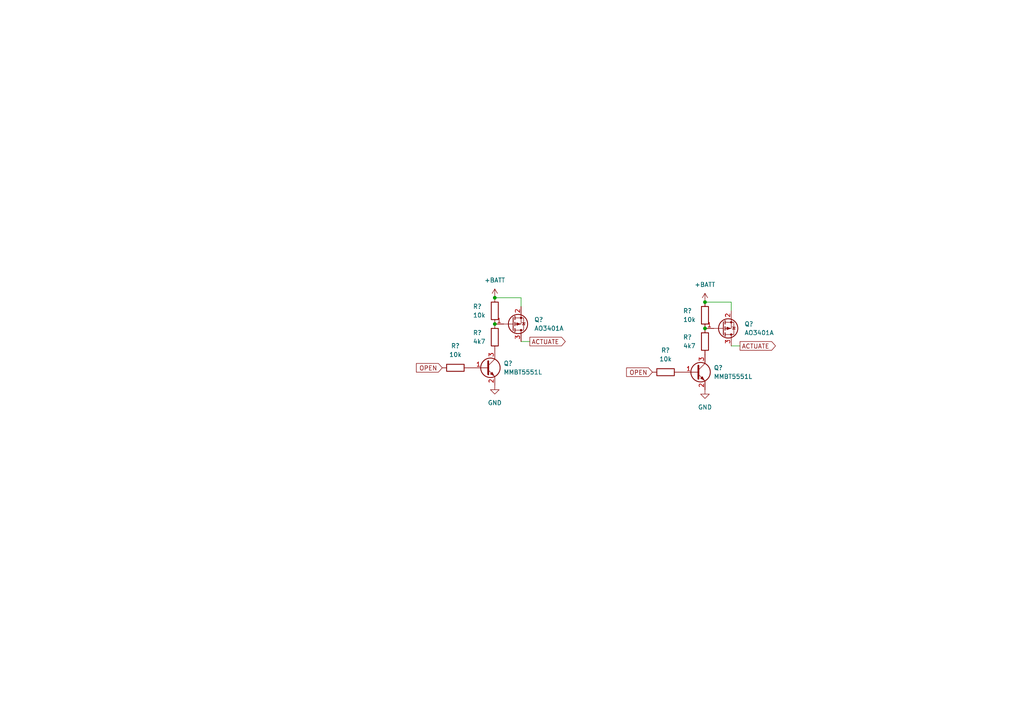
<source format=kicad_sch>
(kicad_sch (version 20211123) (generator eeschema)
  (paper "A4")
  (lib_symbols
    (symbol "Device:R" (pin_numbers hide) (pin_names (offset 0))
      (property "Reference" "R" (at 2.032 0 90))
      (property "Value" "R" (at 0 0 90))
      (symbol "R_0_1"
        (rectangle (start -1.016 -2.54) (end 1.016 2.54) (stroke (width 0.254)))
      )
      (symbol "R_1_1"
        (pin passive line (at 0 3.81 270) (length 1.27) (name "~") (number "1"))
        (pin passive line (at 0 -3.81 90) (length 1.27) (name "~") (number "2"))
      )
    )
    (symbol "Power:V_BATT" (power) (pin_names (offset 0))
      (property "Value" "V_BATT" (at 0 3.556 0))
      (symbol "V_BATT_0_1"
        (polyline (pts (xy -0.762 1.27) (xy 0 2.54)))
        (polyline (pts (xy 0 0) (xy 0 2.54)))
        (polyline (pts (xy 0 2.54) (xy 0.762 1.27)))
      )
      (symbol "V_BATT_1_1"
        (pin power_in line (at 0 0 90) (length 0) hide (name "+BATT") (number "1"))
      )
    )
    (symbol "Transistor_BJT:MMBT5551L" (pin_names (offset 0) hide)
      (property "Reference" "Q" (at 5.08 1.905 0))
      (property "Value" "MMBT5551L" (at 5.08 0 0))
      (symbol "MMBT5551L_0_1"
        (polyline (pts (xy 0.635 0.635) (xy 2.54 2.54)))
        (polyline (pts (xy 0.635 -0.635) (xy 2.54 -2.54) (xy 2.54 -2.54)))
        (polyline (pts (xy 0.635 1.905) (xy 0.635 -1.905) (xy 0.635 -1.905)) (stroke (width 0.508)))
        (polyline (pts (xy 1.27 -1.778) (xy 1.778 -1.27) (xy 2.286 -2.286) (xy 1.27 -1.778) (xy 1.27 -1.778)) (fill (type outline)))
        (circle (center 1.27 0) (radius 2.8194) (stroke (width 0.254)))
      )
      (symbol "MMBT5551L_1_1"
        (pin input line (at -5.08 0 0) (length 5.715) (name "B") (number "1"))
        (pin passive line (at 2.54 -5.08 90) (length 2.54) (name "E") (number "2"))
        (pin passive line (at 2.54 5.08 270) (length 2.54) (name "C") (number "3"))
      )
    )
    (symbol "Transistor_FET:AO3401A" (pin_names hide)
      (property "Reference" "Q" (at 5.08 1.905 0))
      (property "Value" "AO3401A" (at 5.08 0 0))
      (symbol "AO3401A_0_1"
        (polyline (pts (xy 0.254 0) (xy -2.54 0)))
        (polyline (pts (xy 0.254 1.905) (xy 0.254 -1.905)) (stroke (width 0.254)))
        (polyline (pts (xy 0.762 -1.27) (xy 0.762 -2.286)) (stroke (width 0.254)))
        (polyline (pts (xy 0.762 0.508) (xy 0.762 -0.508)) (stroke (width 0.254)))
        (polyline (pts (xy 0.762 2.286) (xy 0.762 1.27)) (stroke (width 0.254)))
        (polyline (pts (xy 2.54 2.54) (xy 2.54 1.778)))
        (polyline (pts (xy 2.54 -2.54) (xy 2.54 0) (xy 0.762 0)))
        (polyline (pts (xy 0.762 1.778) (xy 3.302 1.778) (xy 3.302 -1.778) (xy 0.762 -1.778)))
        (polyline (pts (xy 2.286 0) (xy 1.27 0.381) (xy 1.27 -0.381) (xy 2.286 0)) (fill (type outline)))
        (polyline (pts (xy 2.794 -0.508) (xy 2.921 -0.381) (xy 3.683 -0.381) (xy 3.81 -0.254)))
        (polyline (pts (xy 3.302 -0.381) (xy 2.921 0.254) (xy 3.683 0.254) (xy 3.302 -0.381)))
        (circle (center 1.651 0) (radius 2.794) (stroke (width 0.254)))
        (circle (center 2.54 -1.778) (radius 0.254) (fill (type outline)))
        (circle (center 2.54 1.778) (radius 0.254) (fill (type outline)))
      )
      (symbol "AO3401A_1_1"
        (pin input line (at -5.08 0 0) (length 2.54) (name "G") (number "1"))
        (pin passive line (at 2.54 -5.08 90) (length 2.54) (name "S") (number "2"))
        (pin passive line (at 2.54 5.08 270) (length 2.54) (name "D") (number "3"))
      )
    )
    (symbol "power:GND" (power) (pin_names (offset 0))
      (property "Value" "GND" (at 0 -3.81 0))
      (symbol "GND_0_1"
        (polyline (pts (xy 0 0) (xy 0 -1.27) (xy 1.27 -1.27) (xy 0 -2.54) (xy -1.27 -1.27) (xy 0 -1.27)))
      )
      (symbol "GND_1_1"
        (pin power_in line (at 0 0 270) (length 0) hide (name "GND") (number "1"))
      )
    )
  )
  (junction (at 143.51 86.36))
  (junction (at 143.51 93.98))
  (junction (at 204.47 95.25))
  (junction (at 204.47 87.63))
  (wire (pts (xy 212.09 100.33) (xy 214.63 100.33)))
  (wire (pts (xy 151.13 99.06) (xy 153.67 99.06)))
  (wire (pts (xy 151.13 86.36) (xy 151.13 88.9)))
  (wire (pts (xy 143.51 86.36) (xy 151.13 86.36)))
  (wire (pts (xy 212.09 87.63) (xy 212.09 90.17)))
  (wire (pts (xy 204.47 87.63) (xy 212.09 87.63)))
  (global_label "ACTUATE" (shape output) (at 214.63 100.33 0) (property "Intersheet References" "${INTERSHEET_REFS}" (effects hide)))
  (global_label "OPEN" (shape input) (at 128.27 106.68 180) (property "Intersheet References" "${INTERSHEET_REFS}" (effects hide)))
  (global_label "OPEN" (shape input) (at 189.23 107.95 180) (property "Intersheet References" "${INTERSHEET_REFS}" (effects hide)))
  (global_label "ACTUATE" (shape output) (at 153.67 99.06 0) (property "Intersheet References" "${INTERSHEET_REFS}" (effects hide)))
  (symbol (lib_id "Device:R") (at 193.04 107.95 90) (unit 1)
    (property "Reference" "R?" (at 193.04 101.6 90))
    (property "Value" "10k" (at 193.04 104.14 90))
    (property "Footprint" "Resistor_SMD:R_0603_1608Metric" (effects hide))
    (property "LCSC" "C25804" (effects hide))
  )
  (symbol (lib_id "power:GND") (at 204.47 113.03 0) (unit 1)
    (property "Reference" "#PWR?" (effects hide))
    (property "Value" "GND" (at 204.47 118.11 0))
  )
  (symbol (lib_id "power:GND") (at 143.51 111.76 0) (unit 1)
    (property "Reference" "#PWR?" (effects hide))
    (property "Value" "GND" (at 143.51 116.84 0))
  )
  (symbol (lib_id "Device:R") (at 204.47 91.44 0) (unit 1)
    (property "Reference" "R?" (at 198.12 90.17 0) (effects (justify left)))
    (property "Value" "10k" (at 198.12 92.71 0) (effects (justify left)))
    (property "Footprint" "Resistor_SMD:R_0603_1608Metric" (effects hide))
    (property "LCSC" "C25804" (effects hide))
  )
  (symbol (lib_id "Transistor_FET:AO3401A") (at 148.59 93.98 0) (mirror x) (unit 1)
    (property "Reference" "Q?" (at 154.94 92.7099 0) (effects (justify left)))
    (property "Value" "AO3401A" (at 154.94 95.2499 0) (effects (justify left)))
    (property "Footprint" "Package_TO_SOT_SMD:SOT-23" (effects hide))
    (property "Datasheet" "http://www.aosmd.com/pdfs/datasheet/AO3401A.pdf" (effects hide))
    (property "LCSC" "C15127" (effects hide))
  )
  (symbol (lib_id "Power:V_BATT") (at 143.51 86.36 0) (unit 1)
    (property "Reference" "#PWR?" (effects hide))
    (property "Value" "V_BATT" (at 143.51 81.28 0))
  )
  (symbol (lib_id "Power:V_BATT") (at 204.47 87.63 0) (unit 1)
    (property "Reference" "#PWR?" (effects hide))
    (property "Value" "V_BATT" (at 204.47 82.55 0))
  )
  (symbol (lib_id "Transistor_BJT:MMBT5551L") (at 140.97 106.68 0) (unit 1)
    (property "Reference" "Q?" (at 146.05 105.4099 0) (effects (justify left)))
    (property "Value" "MMBT5551L" (at 146.05 107.9499 0) (effects (justify left)))
    (property "Footprint" "Package_TO_SOT_SMD:SOT-23" (effects hide))
    (property "Datasheet" "www.onsemi.com/pub/Collateral/MMBT5550LT1-D.PDF" (effects hide))
  )
  (symbol (lib_id "Device:R") (at 143.51 90.17 0) (unit 1)
    (property "Reference" "R?" (at 137.16 88.9 0) (effects (justify left)))
    (property "Value" "10k" (at 137.16 91.44 0) (effects (justify left)))
    (property "Footprint" "Resistor_SMD:R_0603_1608Metric" (effects hide))
    (property "LCSC" "C25804" (effects hide))
  )
  (symbol (lib_id "Device:R") (at 204.47 99.06 0) (unit 1)
    (property "Reference" "R?" (at 198.12 97.79 0) (effects (justify left)))
    (property "Value" "4k7" (at 198.12 100.33 0) (effects (justify left)))
    (property "Footprint" "Resistor_SMD:R_0603_1608Metric" (effects hide))
    (property "LCSC" "C23164" (effects hide))
  )
  (symbol (lib_id "Device:R") (at 143.51 97.79 0) (unit 1)
    (property "Reference" "R?" (at 137.16 96.52 0) (effects (justify left)))
    (property "Value" "4k7" (at 137.16 99.06 0) (effects (justify left)))
    (property "Footprint" "Resistor_SMD:R_0603_1608Metric" (effects hide))
    (property "LCSC" "C23164" (effects hide))
  )
  (symbol (lib_id "Transistor_BJT:MMBT5551L") (at 201.93 107.95 0) (unit 1)
    (property "Reference" "Q?" (at 207.01 106.6799 0) (effects (justify left)))
    (property "Value" "MMBT5551L" (at 207.01 109.2199 0) (effects (justify left)))
    (property "Footprint" "Package_TO_SOT_SMD:SOT-23" (effects hide))
    (property "Datasheet" "www.onsemi.com/pub/Collateral/MMBT5550LT1-D.PDF" (effects hide))
  )
  (symbol (lib_id "Transistor_FET:AO3401A") (at 209.55 95.25 0) (mirror x) (unit 1)
    (property "Reference" "Q?" (at 215.9 93.9799 0) (effects (justify left)))
    (property "Value" "AO3401A" (at 215.9 96.5199 0) (effects (justify left)))
    (property "Footprint" "Package_TO_SOT_SMD:SOT-23" (effects hide))
    (property "Datasheet" "http://www.aosmd.com/pdfs/datasheet/AO3401A.pdf" (effects hide))
    (property "LCSC" "C15127" (effects hide))
  )
  (symbol (lib_id "Device:R") (at 132.08 106.68 90) (unit 1)
    (property "Reference" "R?" (at 132.08 100.33 90))
    (property "Value" "10k" (at 132.08 102.87 90))
    (property "Footprint" "Resistor_SMD:R_0603_1608Metric" (effects hide))
    (property "LCSC" "C25804" (effects hide))
  )
)
</source>
